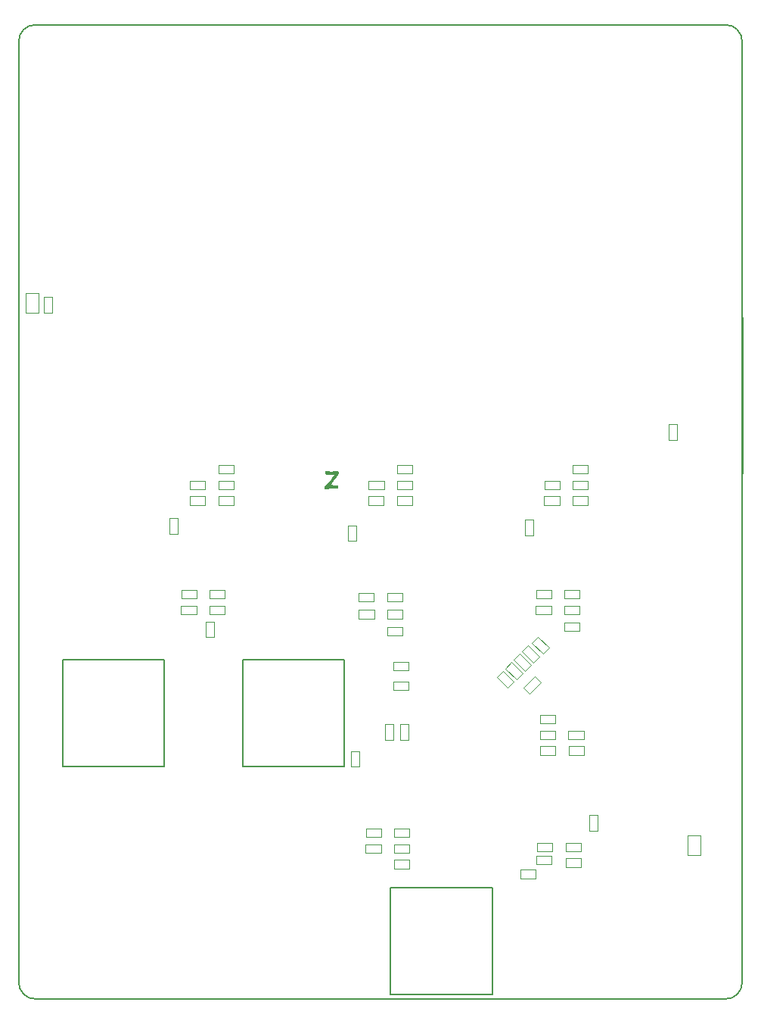
<source format=gbr>
G04 DipTrace 4.0.0.5*
G04 TopAssembly.gbr*
%MOIN*%
G04 #@! TF.FileFunction,Drawing,Top*
G04 #@! TF.Part,Single*
%ADD12C,0.005512*%
%ADD13C,0.004724*%
%ADD16C,0.007874*%
%FSLAX26Y26*%
G04*
G70*
G90*
G75*
G01*
G04 TopAssy*
%LPD*%
X1959645Y2068602D2*
D13*
Y2106397D1*
X1890354D1*
Y2068602D1*
X1959645D1*
X1178395Y2087351D2*
Y2125147D1*
X1109103D1*
Y2087351D1*
X1178395D1*
X2778396Y2568602D2*
Y2606397D1*
X2709105D1*
Y2568602D1*
X2778396D1*
X3397488Y1112057D2*
X3340008Y1112055D1*
X3340010Y1025441D1*
X3397490Y1025443D1*
X3397488Y1112057D1*
X2003395Y2637351D2*
Y2675147D1*
X1934103D1*
Y2637351D1*
X2003395D1*
X1215896D2*
Y2675147D1*
X1146605D1*
Y2637351D1*
X1215896D1*
X2815354Y1575147D2*
Y1537351D1*
X2884645D1*
Y1575147D1*
X2815354D1*
X2112054Y1752305D2*
X2112053Y1790100D1*
X2042762Y1790099D1*
X2042763Y1752303D1*
X2112054Y1752305D1*
X423889Y3413742D2*
X481370D1*
Y3500357D1*
X423889D1*
Y3413742D1*
X1990895Y1037351D2*
Y1075147D1*
X1921603D1*
Y1037351D1*
X1990895D1*
X2740895Y2087351D2*
Y2125147D1*
X2671603D1*
Y2087351D1*
X2740895D1*
X2802854Y1081396D2*
Y1043601D1*
X2872145D1*
Y1081396D1*
X2802854D1*
X2112054Y1840623D2*
X2112053Y1878418D1*
X2042762Y1878416D1*
X2042763Y1840621D1*
X2112054Y1840623D1*
X1881397Y2478395D2*
X1843602D1*
Y2409103D1*
X1881397D1*
Y2478395D1*
X1856102Y1415353D2*
X1893897D1*
Y1484644D1*
X1856102D1*
Y1415353D1*
X1093896Y2509645D2*
X1056101D1*
Y2440354D1*
X1093896D1*
Y2509645D1*
X2682614Y1987859D2*
X2655888Y1961134D1*
X2704885Y1912138D1*
X2731610Y1938863D1*
X2682614Y1987859D1*
X2638864Y1950361D2*
X2612139Y1923635D1*
X2661135Y1874639D1*
X2687861Y1901364D1*
X2638864Y1950361D1*
X2601364Y1912859D2*
X2574639Y1886134D1*
X2623635Y1837138D1*
X2650361Y1863863D1*
X2601364Y1912859D1*
X2563864Y1875361D2*
X2537139Y1848635D1*
X2586135Y1799639D1*
X2612861Y1826364D1*
X2563864Y1875361D1*
X2526364Y1837861D2*
X2499639Y1811135D1*
X2548635Y1762139D1*
X2575361Y1788864D1*
X2526364Y1837861D1*
X2618388Y1763864D2*
X2645114Y1737139D1*
X2694110Y1786135D1*
X2667385Y1812861D1*
X2618388Y1763864D1*
X2662648Y2503395D2*
X2624853D1*
Y2434103D1*
X2662648D1*
Y2503395D1*
X2906102Y1134103D2*
X2943897D1*
Y1203395D1*
X2906102D1*
Y1134103D1*
X3583698Y3394488D2*
Y2705512D1*
X393452D2*
Y3394488D1*
X2083465Y2143603D2*
X2083464Y2181398D1*
X2016535Y2181397D1*
X2016536Y2143601D1*
X2083465Y2143603D1*
X1302214Y2156102D2*
Y2193897D1*
X1235284D1*
Y2156102D1*
X1302214D1*
X2902214Y2568602D2*
Y2606397D1*
X2835284D1*
Y2568602D1*
X2902214D1*
X2016535Y2031397D2*
Y1993602D1*
X2083464D1*
Y2031397D1*
X2016535D1*
X1958464Y2143602D2*
Y2181397D1*
X1891535D1*
Y2143602D1*
X1958464D1*
X1216661Y1988175D2*
X1254456Y1988176D1*
X1254454Y2055105D1*
X1216659Y2055104D1*
X1216661Y1988175D1*
X1177214Y2156102D2*
Y2193897D1*
X1110284D1*
Y2156102D1*
X1177214D1*
X2902214Y2637351D2*
Y2675147D1*
X2835284D1*
Y2637351D1*
X2902214D1*
X2777215D2*
Y2675147D1*
X2710286D1*
Y2637351D1*
X2777215D1*
X2016535Y2106397D2*
Y2068602D1*
X2083464D1*
Y2106397D1*
X2016535D1*
X1302214Y2087352D2*
X1302213Y2125147D1*
X1235284Y2125146D1*
X1235285Y2087351D1*
X1302214Y2087352D1*
X2902214Y2706101D2*
Y2743896D1*
X2835284D1*
Y2706101D1*
X2902214D1*
X2127214D2*
Y2743896D1*
X2060284D1*
Y2706101D1*
X2127214D1*
X1339714D2*
Y2743896D1*
X1272784D1*
Y2706101D1*
X1339714D1*
X2691535Y1643897D2*
Y1606102D1*
X2758464D1*
Y1643897D1*
X2691535D1*
X2127214Y2637351D2*
Y2675147D1*
X2060284D1*
Y2637351D1*
X2127214D1*
X2002214Y2568602D2*
Y2606397D1*
X1935284D1*
Y2568602D1*
X2002214D1*
X1339714Y2637351D2*
Y2675147D1*
X1272784D1*
Y2637351D1*
X1339714D1*
X1214715Y2568602D2*
Y2606397D1*
X1147786D1*
Y2568602D1*
X1214715D1*
X2691535Y1575147D2*
Y1537351D1*
X2758464D1*
Y1575147D1*
X2691535D1*
X2816535Y1506397D2*
Y1468602D1*
X2883464D1*
Y1506397D1*
X2816535D1*
X2127214Y2568602D2*
Y2606397D1*
X2060284D1*
Y2568602D1*
X2127214D1*
X1339714D2*
Y2606397D1*
X1272784D1*
Y2568602D1*
X1339714D1*
X2691535Y1506397D2*
Y1468602D1*
X2758464D1*
Y1506397D1*
X2691535D1*
X2114714Y1106101D2*
Y1143896D1*
X2047784D1*
Y1106101D1*
X2114714D1*
X2864716Y2087353D2*
X2864714Y2125148D1*
X2797785Y2125145D1*
X2797786Y2087350D1*
X2864716Y2087353D1*
X2679035Y1081397D2*
Y1043602D1*
X2745964D1*
Y1081397D1*
X2679035D1*
X2114714Y1037351D2*
Y1075147D1*
X2047784D1*
Y1037351D1*
X2114714D1*
X1989714Y1106101D2*
Y1143896D1*
X1922784D1*
Y1106101D1*
X1989714D1*
X2797784Y2050144D2*
X2797785Y2012349D1*
X2864714Y2012351D1*
X2864713Y2050146D1*
X2797784Y2050144D1*
X2739714Y2156102D2*
Y2193897D1*
X2672784D1*
Y2156102D1*
X2739714D1*
Y987351D2*
Y1025147D1*
X2672784D1*
Y987351D1*
X2739714D1*
X2804035Y1012647D2*
Y974851D1*
X2870964D1*
Y1012647D1*
X2804035D1*
X2047784Y1006397D2*
Y968602D1*
X2114714D1*
Y1006397D1*
X2047784D1*
X2864714Y2156102D2*
Y2193897D1*
X2797784D1*
Y2156102D1*
X2864714D1*
X2604035Y962646D2*
X2604036Y924850D1*
X2670965Y924852D1*
X2670964Y962648D1*
X2604035Y962646D1*
X2074851Y1535284D2*
X2112647D1*
Y1602214D1*
X2074851D1*
Y1535284D1*
X2043897Y1602214D2*
X2006102D1*
Y1535284D1*
X2043897D1*
Y1602214D1*
X1380296Y1887951D2*
D16*
X1828942D1*
Y1415510D1*
X1380296D1*
Y1887951D1*
X586546D2*
X1035191D1*
Y1415510D1*
X586546D1*
Y1887951D1*
X2030946Y884487D2*
X2479592D1*
Y412046D1*
X2030946D1*
Y884487D1*
X504643Y3413742D2*
D13*
X542438D1*
Y3483034D1*
X504643D1*
Y3413742D1*
X3257973Y2854198D2*
X3295769D1*
Y2923489D1*
X3257973D1*
Y2854198D1*
G36*
X393749Y393749D2*
D1*
D1*
D1*
D1*
D1*
D1*
D1*
D1*
D1*
D1*
D1*
D1*
D1*
D1*
D1*
D1*
D1*
D1*
D1*
D1*
D1*
D1*
D1*
D1*
D1*
D1*
D1*
D1*
D1*
D1*
D1*
D1*
D1*
D1*
D1*
G37*
G36*
X1745719Y2716011D2*
X1744406Y2714698D1*
X1743094Y2712074D1*
Y2705512D1*
X1745719Y2702887D1*
X1752280Y2701575D1*
X1783776Y2700263D1*
X1781152Y2697638D1*
X1770653Y2681890D1*
X1766716Y2676641D1*
X1761467Y2670079D1*
X1749656Y2656955D1*
X1741782Y2649081D1*
X1740469Y2646457D1*
Y2641207D1*
X1743094Y2638583D1*
X1753593D1*
X1768028Y2639895D1*
X1773715Y2641207D1*
X1779402D1*
X1785089Y2639895D1*
X1799524D1*
X1800837Y2641207D1*
X1802149Y2643832D1*
Y2649081D1*
X1800837Y2651706D1*
X1799524Y2653018D1*
X1790338Y2654331D1*
X1766716Y2655643D1*
X1769341Y2658268D1*
X1773278Y2663517D1*
X1775902Y2667454D1*
X1779839Y2672704D1*
X1785089Y2680578D1*
X1792963Y2691076D1*
X1798212Y2697638D1*
X1800837Y2701575D1*
X1803462Y2706824D1*
Y2714698D1*
X1802149Y2716011D1*
X1778527D1*
X1773278Y2714698D1*
X1768028D1*
X1762779Y2716011D1*
X1745719D1*
G37*
X468749Y393749D2*
D12*
X3506249D1*
G03X3581249Y468749I2643J72357D01*
G01*
Y4606249D1*
G03X3506249Y4681249I-72357J2643D01*
G01*
X468749D1*
G03X393749Y4606249I-2643J-72357D01*
G01*
Y468749D1*
G03X468749Y393749I72357J-2643D01*
G01*
M02*

</source>
